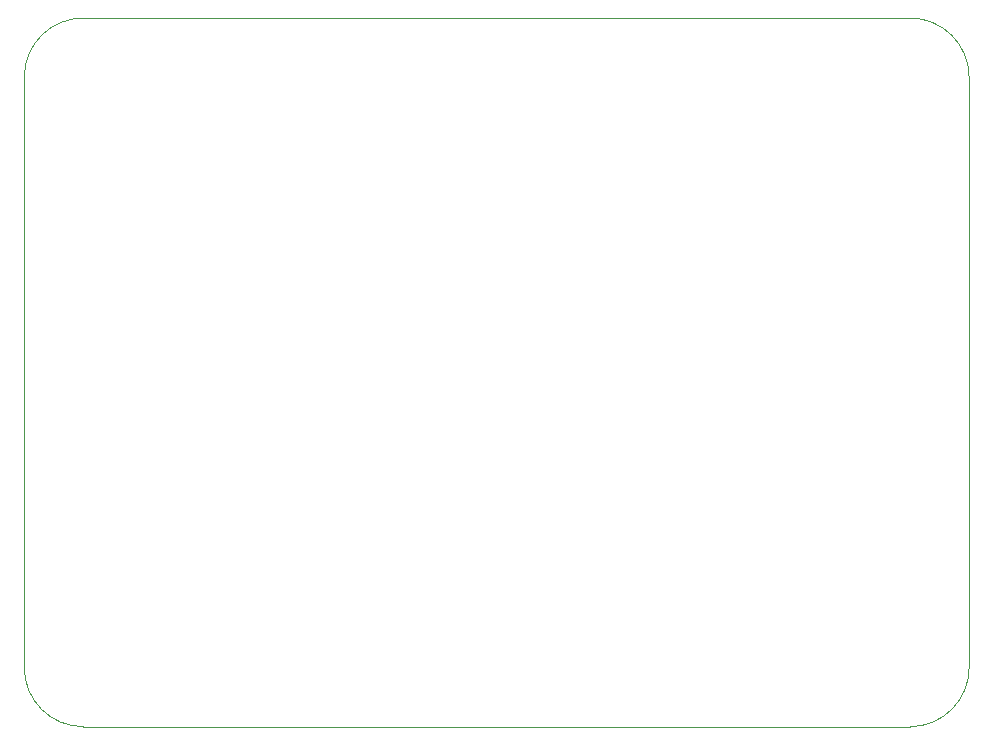
<source format=gbr>
%TF.GenerationSoftware,KiCad,Pcbnew,7.0.1*%
%TF.CreationDate,2023-04-18T15:39:04-07:00*%
%TF.ProjectId,makerspace-smt-training,6d616b65-7273-4706-9163-652d736d742d,rev?*%
%TF.SameCoordinates,Original*%
%TF.FileFunction,Profile,NP*%
%FSLAX46Y46*%
G04 Gerber Fmt 4.6, Leading zero omitted, Abs format (unit mm)*
G04 Created by KiCad (PCBNEW 7.0.1) date 2023-04-18 15:39:04*
%MOMM*%
%LPD*%
G01*
G04 APERTURE LIST*
%TA.AperFunction,Profile*%
%ADD10C,0.100000*%
%TD*%
G04 APERTURE END LIST*
D10*
X86000000Y-44000000D02*
G75*
G03*
X81000000Y-49000000I0J-5000000D01*
G01*
X161000000Y-49000000D02*
G75*
G03*
X156000000Y-44000000I-5000000J0D01*
G01*
X161000000Y-49000000D02*
X161000000Y-99000000D01*
X156000000Y-104000000D02*
X86000000Y-104000000D01*
X156000000Y-104000000D02*
G75*
G03*
X161000000Y-99000000I0J5000000D01*
G01*
X81000000Y-99000000D02*
G75*
G03*
X86000000Y-104000000I5000000J0D01*
G01*
X81000000Y-49000000D02*
X81000000Y-99000000D01*
X86000000Y-44000000D02*
X156000000Y-44000000D01*
M02*

</source>
